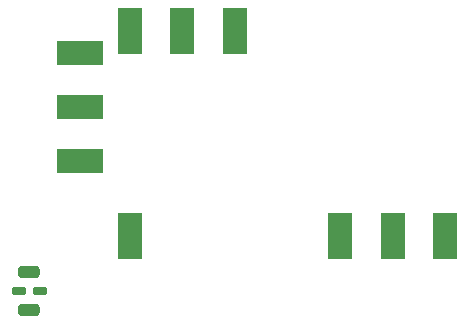
<source format=gbr>
G04 #@! TF.GenerationSoftware,KiCad,Pcbnew,6.0.9+dfsg-1*
G04 #@! TF.CreationDate,2023-03-25T11:37:50-04:00*
G04 #@! TF.ProjectId,fox,666f782e-6b69-4636-9164-5f7063625858,v3.1*
G04 #@! TF.SameCoordinates,Original*
G04 #@! TF.FileFunction,Paste,Bot*
G04 #@! TF.FilePolarity,Positive*
%FSLAX46Y46*%
G04 Gerber Fmt 4.6, Leading zero omitted, Abs format (unit mm)*
G04 Created by KiCad (PCBNEW 6.0.9+dfsg-1) date 2023-03-25 11:37:50*
%MOMM*%
%LPD*%
G01*
G04 APERTURE LIST*
G04 Aperture macros list*
%AMRoundRect*
0 Rectangle with rounded corners*
0 $1 Rounding radius*
0 $2 $3 $4 $5 $6 $7 $8 $9 X,Y pos of 4 corners*
0 Add a 4 corners polygon primitive as box body*
4,1,4,$2,$3,$4,$5,$6,$7,$8,$9,$2,$3,0*
0 Add four circle primitives for the rounded corners*
1,1,$1+$1,$2,$3*
1,1,$1+$1,$4,$5*
1,1,$1+$1,$6,$7*
1,1,$1+$1,$8,$9*
0 Add four rect primitives between the rounded corners*
20,1,$1+$1,$2,$3,$4,$5,0*
20,1,$1+$1,$4,$5,$6,$7,0*
20,1,$1+$1,$6,$7,$8,$9,0*
20,1,$1+$1,$8,$9,$2,$3,0*%
G04 Aperture macros list end*
%ADD10RoundRect,0.249600X0.650400X-0.270400X0.650400X0.270400X-0.650400X0.270400X-0.650400X-0.270400X0*%
%ADD11RoundRect,0.152500X0.470000X-0.152500X0.470000X0.152500X-0.470000X0.152500X-0.470000X-0.152500X0*%
%ADD12R,2.000000X4.000000*%
%ADD13R,4.000000X2.000000*%
G04 APERTURE END LIST*
D10*
G04 #@! TO.C,FL1*
X107188000Y-117296000D03*
D11*
X106260500Y-115671000D03*
D10*
X107188000Y-114046000D03*
D11*
X108115500Y-115671000D03*
G04 #@! TD*
D12*
G04 #@! TO.C,U1*
X124582000Y-93662000D03*
X120132000Y-93662000D03*
X115682000Y-93662000D03*
D13*
X111506000Y-95504000D03*
X111506000Y-100076000D03*
X111506000Y-104648000D03*
D12*
X115682000Y-111062000D03*
X133482000Y-111062000D03*
X137932000Y-111062000D03*
X142382000Y-111062000D03*
G04 #@! TD*
M02*

</source>
